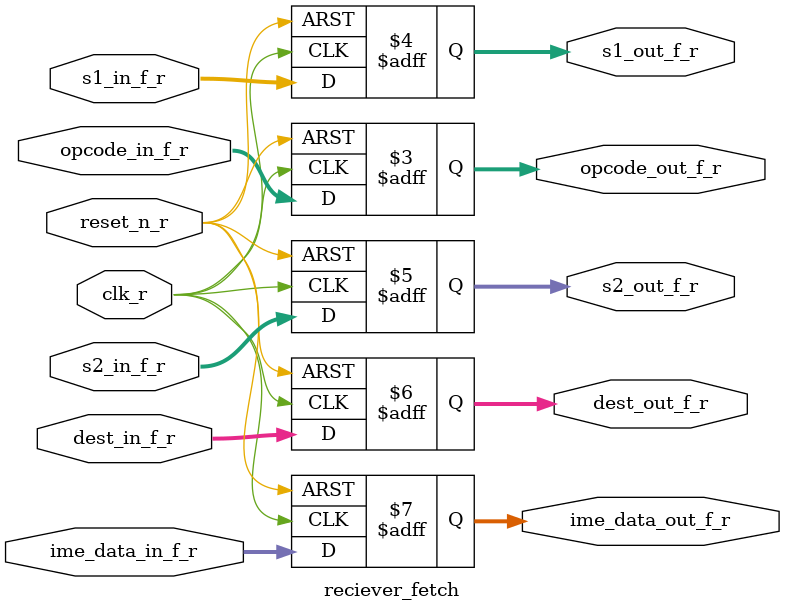
<source format=v>
`timescale 1ns / 1ps
module reciever_fetch(
    input [4:0] opcode_in_f_r,
    input [3:0] s1_in_f_r,
    input [3:0] s2_in_f_r,
    input [3:0] dest_in_f_r,
    input [31:0] ime_data_in_f_r,
    output reg [4:0] opcode_out_f_r,
    output reg [3:0] s1_out_f_r,
    output reg [3:0] s2_out_f_r,
    output reg [3:0] dest_out_f_r,
    output reg [31:0] ime_data_out_f_r,
    input clk_r,
    input reset_n_r
    );
always@(posedge clk_r or negedge reset_n_r)
begin
  if(~reset_n_r)
  begin
    opcode_out_f_r<=0;
	 s1_out_f_r<=0;
	 s2_out_f_r<=0;
	 dest_out_f_r<=0;
	 ime_data_out_f_r<=0;
  end
  else
  begin
    opcode_out_f_r<=opcode_in_f_r;
	 s1_out_f_r<=s1_in_f_r;
	 s2_out_f_r<=s2_in_f_r;
	 dest_out_f_r<=dest_in_f_r;
	 ime_data_out_f_r<=ime_data_in_f_r;
  end
end
endmodule

</source>
